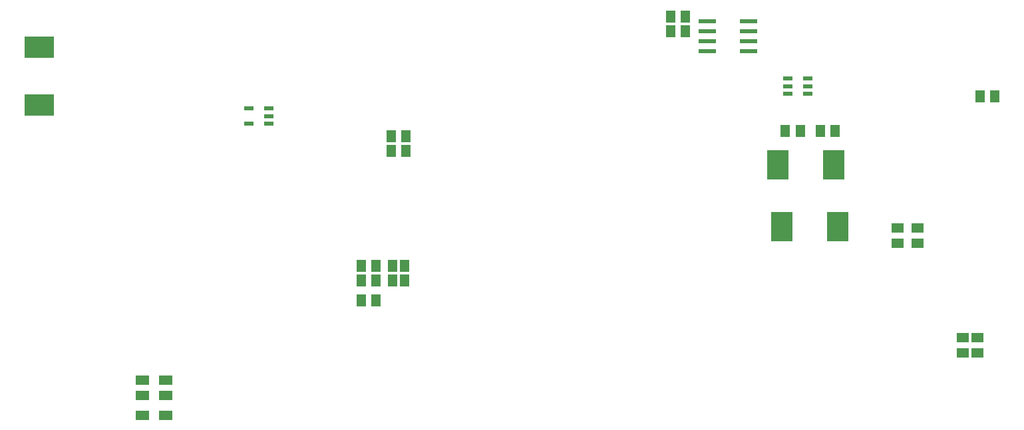
<source format=gbr>
G04 EAGLE Gerber RS-274X export*
G75*
%MOMM*%
%FSLAX34Y34*%
%LPD*%
%INSolderpaste Bottom*%
%IPPOS*%
%AMOC8*
5,1,8,0,0,1.08239X$1,22.5*%
G01*
%ADD10R,1.800000X1.200000*%
%ADD11R,1.300000X1.500000*%
%ADD12R,1.168400X1.600200*%
%ADD13R,2.794000X3.810000*%
%ADD14R,1.500000X1.300000*%
%ADD15R,1.200000X0.550000*%
%ADD16R,2.200000X0.600000*%
%ADD17R,1.200000X0.600000*%
%ADD18R,3.800000X2.800000*%


D10*
X351540Y146050D03*
X321560Y146050D03*
D11*
X619100Y247650D03*
X600100Y247650D03*
X600100Y292100D03*
X619100Y292100D03*
X600100Y273050D03*
X619100Y273050D03*
D12*
X640080Y273050D03*
X655320Y273050D03*
X640080Y292100D03*
X655320Y292100D03*
D10*
X351540Y127000D03*
X321560Y127000D03*
X351540Y101600D03*
X321560Y101600D03*
D13*
X1135126Y341630D03*
X1206500Y341630D03*
D11*
X1158850Y463550D03*
X1139850Y463550D03*
X1203300Y463550D03*
X1184300Y463550D03*
D14*
X1308100Y320700D03*
X1308100Y339700D03*
X1282700Y339700D03*
X1282700Y320700D03*
D13*
X1201674Y420370D03*
X1130300Y420370D03*
D11*
X638200Y457200D03*
X657200Y457200D03*
X657200Y438150D03*
X638200Y438150D03*
X1406500Y508000D03*
X1387500Y508000D03*
D15*
X1168701Y530200D03*
X1168701Y520700D03*
X1168701Y511200D03*
X1142699Y511200D03*
X1142699Y530200D03*
X1142699Y520700D03*
D16*
X1092800Y590550D03*
X1040800Y590550D03*
X1092800Y603250D03*
X1092800Y577850D03*
X1092800Y565150D03*
X1040800Y603250D03*
X1040800Y577850D03*
X1040800Y565150D03*
D11*
X1012800Y590550D03*
X993800Y590550D03*
X993800Y609600D03*
X1012800Y609600D03*
D17*
X482400Y492100D03*
X482400Y482600D03*
X482400Y473100D03*
X457400Y473100D03*
X457400Y492100D03*
D14*
X1384300Y200000D03*
X1384300Y181000D03*
X1365250Y200000D03*
X1365250Y181000D03*
D18*
X190500Y570400D03*
X190500Y496400D03*
M02*

</source>
